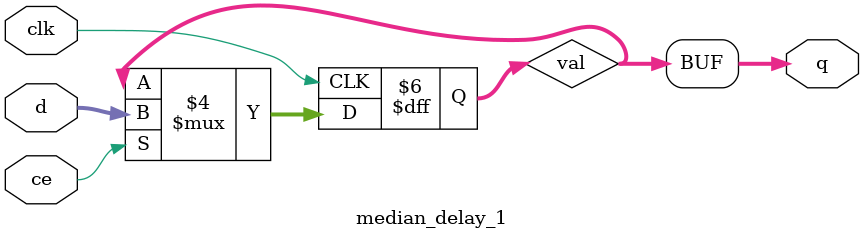
<source format=v>
`timescale 1ns / 1ps


module median_delay_1 #(
    parameter N = 5
)(
    input clk,
    input ce,
    input [N-1:0] d,
    output [N-1:0] q
);
reg [N-1:0] val = 0;

always @ (posedge clk)
begin
    if(ce) 
        begin
        val = d;
        end
    else val <= val;
end

assign q = val;

endmodule

</source>
